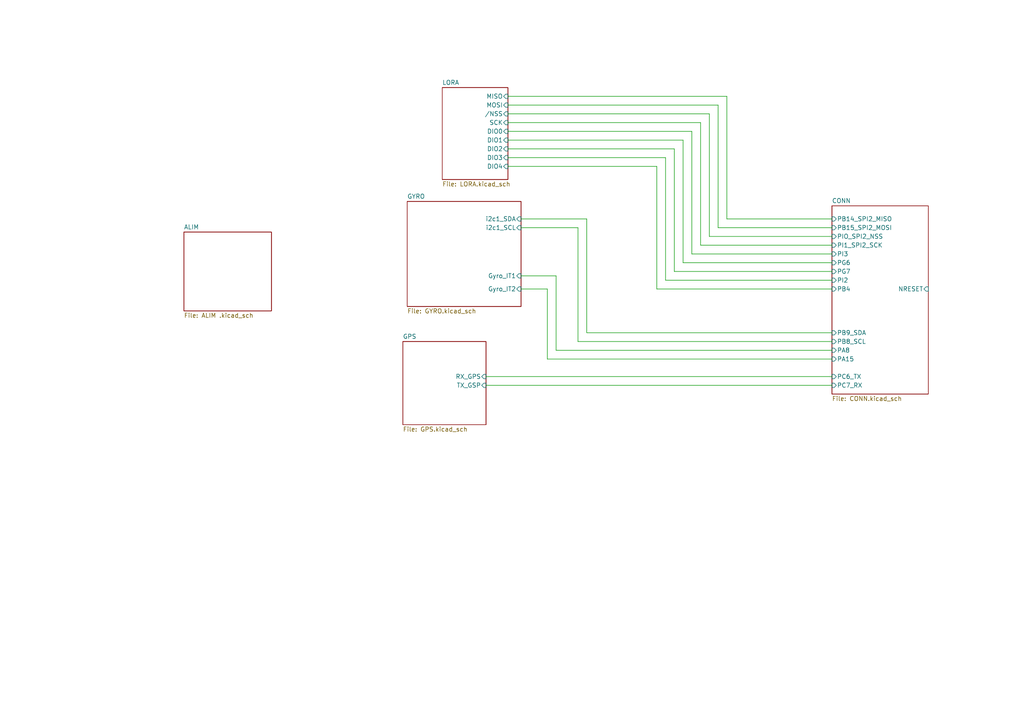
<source format=kicad_sch>
(kicad_sch
	(version 20250114)
	(generator "eeschema")
	(generator_version "9.0")
	(uuid "7d0ecb76-dd3a-488e-b45e-ae217463e751")
	(paper "A4")
	(lib_symbols)
	(wire
		(pts
			(xy 140.97 111.76) (xy 241.3 111.76)
		)
		(stroke
			(width 0)
			(type default)
		)
		(uuid "066f1f7f-8e27-428a-8d07-7b0d66ccc78e")
	)
	(wire
		(pts
			(xy 203.2 35.56) (xy 203.2 71.12)
		)
		(stroke
			(width 0)
			(type default)
		)
		(uuid "0b0d46b0-4de0-4d2b-a6f4-a4d1f1b345d1")
	)
	(wire
		(pts
			(xy 147.32 45.72) (xy 193.04 45.72)
		)
		(stroke
			(width 0)
			(type default)
		)
		(uuid "0cce0733-4efb-4d4f-b270-11095e92c4a8")
	)
	(wire
		(pts
			(xy 205.74 68.58) (xy 241.3 68.58)
		)
		(stroke
			(width 0)
			(type default)
		)
		(uuid "0e35636f-89e5-4caa-b791-b9cfe666a6c2")
	)
	(wire
		(pts
			(xy 210.82 27.94) (xy 210.82 63.5)
		)
		(stroke
			(width 0)
			(type default)
		)
		(uuid "14de70eb-1a1e-4b4f-bae9-d444416be2e4")
	)
	(wire
		(pts
			(xy 200.66 73.66) (xy 241.3 73.66)
		)
		(stroke
			(width 0)
			(type default)
		)
		(uuid "1cd33f04-7392-4a55-a8e2-9a9045d7edf1")
	)
	(wire
		(pts
			(xy 158.75 104.14) (xy 241.3 104.14)
		)
		(stroke
			(width 0)
			(type default)
		)
		(uuid "2bf095e8-5063-43c5-a3f0-21f430093569")
	)
	(wire
		(pts
			(xy 147.32 30.48) (xy 208.28 30.48)
		)
		(stroke
			(width 0)
			(type default)
		)
		(uuid "2d2228a2-8126-4bc2-ad3b-4b509db9e1b9")
	)
	(wire
		(pts
			(xy 158.75 83.82) (xy 158.75 104.14)
		)
		(stroke
			(width 0)
			(type default)
		)
		(uuid "2e594f10-2178-4f0b-8f14-88af332b9219")
	)
	(wire
		(pts
			(xy 198.12 76.2) (xy 198.12 40.64)
		)
		(stroke
			(width 0)
			(type default)
		)
		(uuid "30a8c4ae-fa46-4d48-977a-3f130280ca2b")
	)
	(wire
		(pts
			(xy 208.28 30.48) (xy 208.28 66.04)
		)
		(stroke
			(width 0)
			(type default)
		)
		(uuid "33f14e27-c45b-43a7-961a-12ff2bab7672")
	)
	(wire
		(pts
			(xy 151.13 80.01) (xy 161.29 80.01)
		)
		(stroke
			(width 0)
			(type default)
		)
		(uuid "3565b4b7-6cfb-4b04-a25f-2d479616aabe")
	)
	(wire
		(pts
			(xy 170.18 63.5) (xy 170.18 96.52)
		)
		(stroke
			(width 0)
			(type default)
		)
		(uuid "39073da3-44d5-4240-894a-86fb783e0156")
	)
	(wire
		(pts
			(xy 151.13 66.04) (xy 167.64 66.04)
		)
		(stroke
			(width 0)
			(type default)
		)
		(uuid "4bf0af82-33c3-48aa-965a-7b925d07915c")
	)
	(wire
		(pts
			(xy 151.13 83.82) (xy 158.75 83.82)
		)
		(stroke
			(width 0)
			(type default)
		)
		(uuid "4cacdff5-2724-4ef7-84fd-36f5d98da419")
	)
	(wire
		(pts
			(xy 161.29 101.6) (xy 241.3 101.6)
		)
		(stroke
			(width 0)
			(type default)
		)
		(uuid "59f58e84-6251-4a02-a72d-6d7540d9abfb")
	)
	(wire
		(pts
			(xy 193.04 45.72) (xy 193.04 81.28)
		)
		(stroke
			(width 0)
			(type default)
		)
		(uuid "5ab65db4-a447-4dc7-b9ae-d00586375a26")
	)
	(wire
		(pts
			(xy 190.5 83.82) (xy 241.3 83.82)
		)
		(stroke
			(width 0)
			(type default)
		)
		(uuid "60f8246e-7785-489c-a35a-3be54da94ee3")
	)
	(wire
		(pts
			(xy 140.97 109.22) (xy 241.3 109.22)
		)
		(stroke
			(width 0)
			(type default)
		)
		(uuid "675a1d8b-3a2f-430f-9e10-6c1bb7265f27")
	)
	(wire
		(pts
			(xy 170.18 96.52) (xy 241.3 96.52)
		)
		(stroke
			(width 0)
			(type default)
		)
		(uuid "6ad97875-ee7d-4144-abf0-cdee2a02d31c")
	)
	(wire
		(pts
			(xy 147.32 38.1) (xy 200.66 38.1)
		)
		(stroke
			(width 0)
			(type default)
		)
		(uuid "769e4dbe-5626-4a35-9250-faf8267df9a9")
	)
	(wire
		(pts
			(xy 167.64 99.06) (xy 241.3 99.06)
		)
		(stroke
			(width 0)
			(type default)
		)
		(uuid "76b6d4c9-5852-4654-a51f-48f838a4592e")
	)
	(wire
		(pts
			(xy 210.82 63.5) (xy 241.3 63.5)
		)
		(stroke
			(width 0)
			(type default)
		)
		(uuid "777e2aed-8cf6-415e-8fd3-6350fa459756")
	)
	(wire
		(pts
			(xy 208.28 66.04) (xy 241.3 66.04)
		)
		(stroke
			(width 0)
			(type default)
		)
		(uuid "807173c9-55b4-4078-b085-86678506dd31")
	)
	(wire
		(pts
			(xy 200.66 38.1) (xy 200.66 73.66)
		)
		(stroke
			(width 0)
			(type default)
		)
		(uuid "848080dc-a50c-4d3f-8bef-b19d166a8640")
	)
	(wire
		(pts
			(xy 147.32 48.26) (xy 190.5 48.26)
		)
		(stroke
			(width 0)
			(type default)
		)
		(uuid "84a8914c-2397-4156-bd53-5cb9d1da7635")
	)
	(wire
		(pts
			(xy 205.74 33.02) (xy 205.74 68.58)
		)
		(stroke
			(width 0)
			(type default)
		)
		(uuid "980625e7-bea4-4bc1-b00e-3619e9fa159d")
	)
	(wire
		(pts
			(xy 147.32 33.02) (xy 205.74 33.02)
		)
		(stroke
			(width 0)
			(type default)
		)
		(uuid "a113d4f7-9401-44e6-aeea-6f5da04c5642")
	)
	(wire
		(pts
			(xy 190.5 48.26) (xy 190.5 83.82)
		)
		(stroke
			(width 0)
			(type default)
		)
		(uuid "a3abfc8b-2fc7-4403-a401-41c3a9a61ae0")
	)
	(wire
		(pts
			(xy 161.29 80.01) (xy 161.29 101.6)
		)
		(stroke
			(width 0)
			(type default)
		)
		(uuid "a3fb13a4-e37c-4665-8eda-d60076cbf8e9")
	)
	(wire
		(pts
			(xy 147.32 27.94) (xy 210.82 27.94)
		)
		(stroke
			(width 0)
			(type default)
		)
		(uuid "ae0902b5-eab3-49a0-9b85-c73ea8dee96c")
	)
	(wire
		(pts
			(xy 203.2 71.12) (xy 241.3 71.12)
		)
		(stroke
			(width 0)
			(type default)
		)
		(uuid "b0d57af9-8407-490e-a6e1-34386db6ef1e")
	)
	(wire
		(pts
			(xy 147.32 35.56) (xy 203.2 35.56)
		)
		(stroke
			(width 0)
			(type default)
		)
		(uuid "b2b7a49a-a8cf-4e0b-a9b2-41d2645e52eb")
	)
	(wire
		(pts
			(xy 198.12 76.2) (xy 241.3 76.2)
		)
		(stroke
			(width 0)
			(type default)
		)
		(uuid "b6b4eb55-1e55-42a1-9e0c-f5cb82301dde")
	)
	(wire
		(pts
			(xy 193.04 81.28) (xy 241.3 81.28)
		)
		(stroke
			(width 0)
			(type default)
		)
		(uuid "bb96e44c-8fd6-4868-99d5-97d70d471d36")
	)
	(wire
		(pts
			(xy 195.58 78.74) (xy 241.3 78.74)
		)
		(stroke
			(width 0)
			(type default)
		)
		(uuid "bc58c98f-36f7-43df-98e2-8d7101b9f96f")
	)
	(wire
		(pts
			(xy 167.64 66.04) (xy 167.64 99.06)
		)
		(stroke
			(width 0)
			(type default)
		)
		(uuid "bde39266-5e0f-4858-9344-8259f965ae4e")
	)
	(wire
		(pts
			(xy 147.32 43.18) (xy 195.58 43.18)
		)
		(stroke
			(width 0)
			(type default)
		)
		(uuid "c0877b1c-ed1d-43d0-a818-e1c4f89acfed")
	)
	(wire
		(pts
			(xy 147.32 40.64) (xy 198.12 40.64)
		)
		(stroke
			(width 0)
			(type default)
		)
		(uuid "d8c066fc-ae5d-4518-9424-dc51a79b9fec")
	)
	(wire
		(pts
			(xy 151.13 63.5) (xy 170.18 63.5)
		)
		(stroke
			(width 0)
			(type default)
		)
		(uuid "eee3389b-3354-4fc1-bc21-fe5869828dce")
	)
	(wire
		(pts
			(xy 195.58 43.18) (xy 195.58 78.74)
		)
		(stroke
			(width 0)
			(type default)
		)
		(uuid "f1a4aa6f-16c7-42fa-bb0f-a2243d056cbb")
	)
	(sheet
		(at 128.27 25.4)
		(size 19.05 26.67)
		(exclude_from_sim no)
		(in_bom yes)
		(on_board yes)
		(dnp no)
		(fields_autoplaced yes)
		(stroke
			(width 0.1524)
			(type solid)
		)
		(fill
			(color 0 0 0 0.0000)
		)
		(uuid "54cc80aa-596a-48a9-8277-047403a58fc0")
		(property "Sheetname" "LORA"
			(at 128.27 24.6884 0)
			(effects
				(font
					(size 1.27 1.27)
				)
				(justify left bottom)
			)
		)
		(property "Sheetfile" "LORA.kicad_sch"
			(at 128.27 52.6546 0)
			(effects
				(font
					(size 1.27 1.27)
				)
				(justify left top)
			)
		)
		(pin "SCK" input
			(at 147.32 35.56 0)
			(uuid "f2749115-83de-4538-b9b1-7dbb01188ff8")
			(effects
				(font
					(size 1.27 1.27)
				)
				(justify right)
			)
		)
		(pin "{slash}NSS" input
			(at 147.32 33.02 0)
			(uuid "3ee27fe4-15b0-47fc-a2dc-8356e43b442d")
			(effects
				(font
					(size 1.27 1.27)
				)
				(justify right)
			)
		)
		(pin "MOSI" input
			(at 147.32 30.48 0)
			(uuid "2ce500aa-e8ac-4b7d-89c9-8b51ea97f21e")
			(effects
				(font
					(size 1.27 1.27)
				)
				(justify right)
			)
		)
		(pin "MISO" input
			(at 147.32 27.94 0)
			(uuid "f148c46d-7633-4434-b683-4069a76f9415")
			(effects
				(font
					(size 1.27 1.27)
				)
				(justify right)
			)
		)
		(pin "DIO0" input
			(at 147.32 38.1 0)
			(uuid "57545349-f06d-4d12-ac13-0c07109c5d0b")
			(effects
				(font
					(size 1.27 1.27)
				)
				(justify right)
			)
		)
		(pin "DIO3" input
			(at 147.32 45.72 0)
			(uuid "c3001206-ddca-42bb-a2e1-9cf8fcc25ebf")
			(effects
				(font
					(size 1.27 1.27)
				)
				(justify right)
			)
		)
		(pin "DIO4" input
			(at 147.32 48.26 0)
			(uuid "932d5b22-f6f5-4440-85aa-627468a651a4")
			(effects
				(font
					(size 1.27 1.27)
				)
				(justify right)
			)
		)
		(pin "DIO1" input
			(at 147.32 40.64 0)
			(uuid "adef1e0e-2d3c-455a-af46-2bfdf654a030")
			(effects
				(font
					(size 1.27 1.27)
				)
				(justify right)
			)
		)
		(pin "DIO2" input
			(at 147.32 43.18 0)
			(uuid "59f5990f-76bf-4f3a-8b93-cd45ab59837b")
			(effects
				(font
					(size 1.27 1.27)
				)
				(justify right)
			)
		)
		(instances
			(project "Kartrack_Main_Board"
				(path "/7d0ecb76-dd3a-488e-b45e-ae217463e751"
					(page "6")
				)
			)
		)
	)
	(sheet
		(at 118.11 58.42)
		(size 33.02 30.48)
		(exclude_from_sim no)
		(in_bom yes)
		(on_board yes)
		(dnp no)
		(fields_autoplaced yes)
		(stroke
			(width 0.1524)
			(type solid)
		)
		(fill
			(color 0 0 0 0.0000)
		)
		(uuid "64f9b047-0746-4b61-9074-fbb72c6681c7")
		(property "Sheetname" "GYRO"
			(at 118.11 57.7084 0)
			(effects
				(font
					(size 1.27 1.27)
				)
				(justify left bottom)
			)
		)
		(property "Sheetfile" "GYRO.kicad_sch"
			(at 118.11 89.4846 0)
			(effects
				(font
					(size 1.27 1.27)
				)
				(justify left top)
			)
		)
		(pin "i2c1_SCL" input
			(at 151.13 66.04 0)
			(uuid "edad4d67-dfc7-45dc-8283-a4e09328b12b")
			(effects
				(font
					(size 1.27 1.27)
				)
				(justify right)
			)
		)
		(pin "Gyro_IT1" input
			(at 151.13 80.01 0)
			(uuid "2ad966b7-268f-4c6c-ab30-2435bdd55386")
			(effects
				(font
					(size 1.27 1.27)
				)
				(justify right)
			)
		)
		(pin "Gyro_IT2" input
			(at 151.13 83.82 0)
			(uuid "d09c586e-f897-422b-b0f0-7637142b9449")
			(effects
				(font
					(size 1.27 1.27)
				)
				(justify right)
			)
		)
		(pin "i2c1_SDA" input
			(at 151.13 63.5 0)
			(uuid "7aee111e-9001-4a14-aa01-f6882866bfac")
			(effects
				(font
					(size 1.27 1.27)
				)
				(justify right)
			)
		)
		(instances
			(project "Kartrack_Main_Board"
				(path "/7d0ecb76-dd3a-488e-b45e-ae217463e751"
					(page "5")
				)
			)
		)
	)
	(sheet
		(at 241.3 59.69)
		(size 27.94 54.61)
		(exclude_from_sim no)
		(in_bom yes)
		(on_board yes)
		(dnp no)
		(fields_autoplaced yes)
		(stroke
			(width 0.1524)
			(type solid)
		)
		(fill
			(color 0 0 0 0.0000)
		)
		(uuid "85ccdc23-ae17-49a7-b6f3-41d41d1b2e3d")
		(property "Sheetname" "CONN"
			(at 241.3 58.9784 0)
			(effects
				(font
					(size 1.27 1.27)
				)
				(justify left bottom)
			)
		)
		(property "Sheetfile" "CONN.kicad_sch"
			(at 241.3 114.8846 0)
			(effects
				(font
					(size 1.27 1.27)
				)
				(justify left top)
			)
		)
		(pin "PB14_SPI2_MISO" input
			(at 241.3 63.5 180)
			(uuid "1c717913-40ba-4cb0-8a58-82fe51040169")
			(effects
				(font
					(size 1.27 1.27)
				)
				(justify left)
			)
		)
		(pin "PIO_SPI2_NSS" input
			(at 241.3 68.58 180)
			(uuid "4985f4ff-ed73-4484-be53-0c9e09c664bb")
			(effects
				(font
					(size 1.27 1.27)
				)
				(justify left)
			)
		)
		(pin "PC6_TX" input
			(at 241.3 109.22 180)
			(uuid "2b388fb7-2045-4d67-bf7a-87c930d812fa")
			(effects
				(font
					(size 1.27 1.27)
				)
				(justify left)
			)
		)
		(pin "PC7_RX" input
			(at 241.3 111.76 180)
			(uuid "978fdb93-793b-4230-b7ed-04b9d281bc26")
			(effects
				(font
					(size 1.27 1.27)
				)
				(justify left)
			)
		)
		(pin "PB8_SCL" input
			(at 241.3 99.06 180)
			(uuid "6d75f8a1-2080-4164-9b97-1d905501a62c")
			(effects
				(font
					(size 1.27 1.27)
				)
				(justify left)
			)
		)
		(pin "PI1_SPI2_SCK" input
			(at 241.3 71.12 180)
			(uuid "77daf59c-9b97-402f-b12b-71717deab96c")
			(effects
				(font
					(size 1.27 1.27)
				)
				(justify left)
			)
		)
		(pin "PB15_SPI2_MOSI" input
			(at 241.3 66.04 180)
			(uuid "96bcd8b7-597f-47a5-bc74-22a5b436970f")
			(effects
				(font
					(size 1.27 1.27)
				)
				(justify left)
			)
		)
		(pin "NRESET" input
			(at 269.24 83.82 0)
			(uuid "64cefc7d-2f61-4912-9058-cdf5451f47bf")
			(effects
				(font
					(size 1.27 1.27)
				)
				(justify right)
			)
		)
		(pin "PB9_SDA" input
			(at 241.3 96.52 180)
			(uuid "d0166a00-d603-42a2-86f2-437f11b4c01a")
			(effects
				(font
					(size 1.27 1.27)
				)
				(justify left)
			)
		)
		(pin "PA8" input
			(at 241.3 101.6 180)
			(uuid "45a324ec-d808-4407-81da-804aabfa694f")
			(effects
				(font
					(size 1.27 1.27)
				)
				(justify left)
			)
		)
		(pin "PA15" input
			(at 241.3 104.14 180)
			(uuid "ad44f430-05fa-476a-9165-002d8773a9cb")
			(effects
				(font
					(size 1.27 1.27)
				)
				(justify left)
			)
		)
		(pin "PI3" input
			(at 241.3 73.66 180)
			(uuid "64c636db-3ae4-404e-abbd-f4a870aa8f56")
			(effects
				(font
					(size 1.27 1.27)
				)
				(justify left)
			)
		)
		(pin "PG6" input
			(at 241.3 76.2 180)
			(uuid "8d0fc1bc-d396-4a45-b5a3-21ff3bc364c6")
			(effects
				(font
					(size 1.27 1.27)
				)
				(justify left)
			)
		)
		(pin "PG7" input
			(at 241.3 78.74 180)
			(uuid "0a253594-6a8d-4137-abef-217842c05d62")
			(effects
				(font
					(size 1.27 1.27)
				)
				(justify left)
			)
		)
		(pin "PI2" input
			(at 241.3 81.28 180)
			(uuid "72dae4eb-5f0d-4da7-b12c-a00d8dccdbba")
			(effects
				(font
					(size 1.27 1.27)
				)
				(justify left)
			)
		)
		(pin "PB4" input
			(at 241.3 83.82 180)
			(uuid "5a4f7c89-1c86-4a6e-a2bd-e0d7935d3610")
			(effects
				(font
					(size 1.27 1.27)
				)
				(justify left)
			)
		)
		(instances
			(project "Kartrack_Main_Board"
				(path "/7d0ecb76-dd3a-488e-b45e-ae217463e751"
					(page "3")
				)
			)
		)
	)
	(sheet
		(at 53.34 67.31)
		(size 25.4 22.86)
		(exclude_from_sim no)
		(in_bom yes)
		(on_board yes)
		(dnp no)
		(fields_autoplaced yes)
		(stroke
			(width 0.1524)
			(type solid)
		)
		(fill
			(color 0 0 0 0.0000)
		)
		(uuid "d88ecda6-398d-4f12-9194-bca3a51054e2")
		(property "Sheetname" "ALIM"
			(at 53.34 66.5984 0)
			(effects
				(font
					(size 1.27 1.27)
				)
				(justify left bottom)
			)
		)
		(property "Sheetfile" "ALIM .kicad_sch"
			(at 53.34 90.7546 0)
			(effects
				(font
					(size 1.27 1.27)
				)
				(justify left top)
			)
		)
		(instances
			(project "Kartrack_Main_Board"
				(path "/7d0ecb76-dd3a-488e-b45e-ae217463e751"
					(page "2")
				)
			)
		)
	)
	(sheet
		(at 116.84 99.06)
		(size 24.13 24.13)
		(exclude_from_sim no)
		(in_bom yes)
		(on_board yes)
		(dnp no)
		(fields_autoplaced yes)
		(stroke
			(width 0.1524)
			(type solid)
		)
		(fill
			(color 0 0 0 0.0000)
		)
		(uuid "f4057792-7e82-430d-87ae-79f44558fd95")
		(property "Sheetname" "GPS"
			(at 116.84 98.3484 0)
			(effects
				(font
					(size 1.27 1.27)
				)
				(justify left bottom)
			)
		)
		(property "Sheetfile" "GPS.kicad_sch"
			(at 116.84 123.7746 0)
			(effects
				(font
					(size 1.27 1.27)
				)
				(justify left top)
			)
		)
		(pin "RX_GPS" input
			(at 140.97 109.22 0)
			(uuid "1353be43-f9bb-4a6e-b88a-48975f0cd7d9")
			(effects
				(font
					(size 1.27 1.27)
				)
				(justify right)
			)
		)
		(pin "TX_GSP" input
			(at 140.97 111.76 0)
			(uuid "755d6999-0953-4c71-95d1-557797fe7507")
			(effects
				(font
					(size 1.27 1.27)
				)
				(justify right)
			)
		)
		(instances
			(project "Kartrack_Main_Board"
				(path "/7d0ecb76-dd3a-488e-b45e-ae217463e751"
					(page "4")
				)
			)
		)
	)
	(sheet_instances
		(path "/"
			(page "1")
		)
	)
	(embedded_fonts no)
)

</source>
